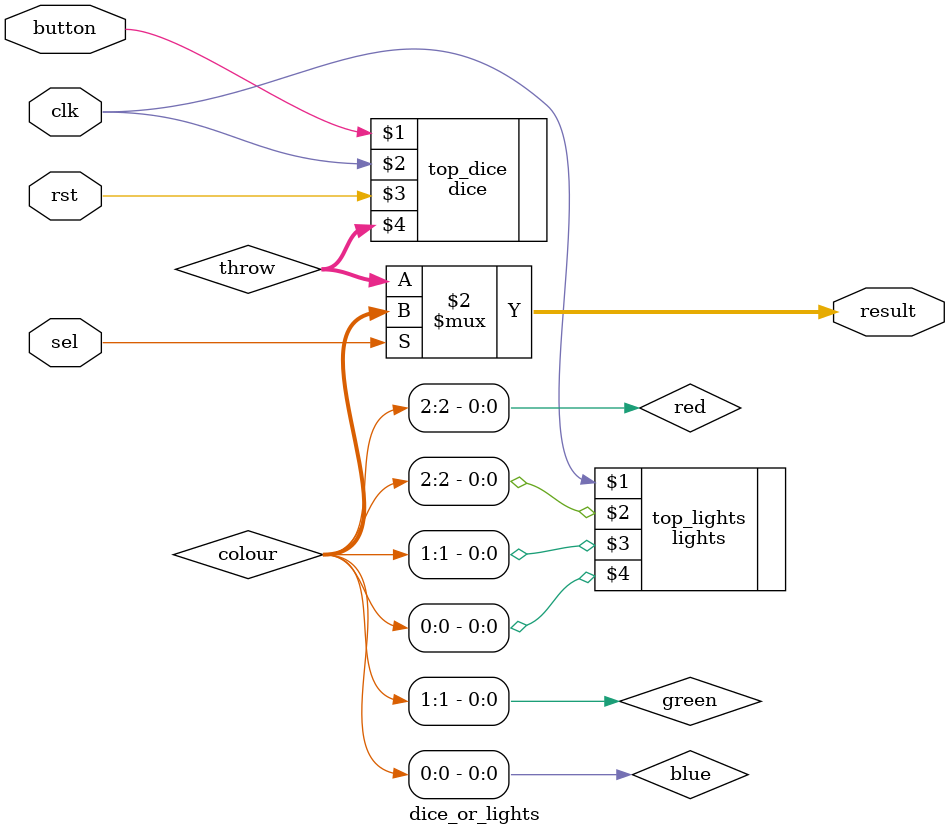
<source format=v>
`timescale 1ns / 100ps

module dice_or_lights(input rst, input clk, input button, input sel, output [2:0]result);

//top_lights a[2:0](clk, red, amber, green)
wire red;
wire green;
wire blue;
wire [2:0]throw;
wire [2:0]colour;
assign colour = {red, green, blue};


dice top_dice(button,clk,rst,throw);
lights top_lights(clk,colour[2],colour[1],colour[0]);

assign result=(sel==0)?throw:colour;

endmodule




//top_mux (throw,colour,sel,result);



//endmodule

</source>
